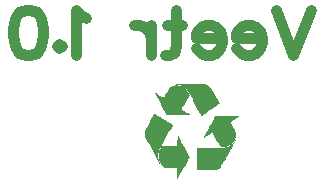
<source format=gbo>
G04 Layer: BottomSilkscreenLayer*
G04 EasyEDA v6.5.51, 2025-09-06 07:05:30*
G04 62973c2a91a8465ca14b7521446b148e,ed13e26d4d8d426092ec29dadd734ac4,10*
G04 Gerber Generator version 0.2*
G04 Scale: 100 percent, Rotated: No, Reflected: No *
G04 Dimensions in millimeters *
G04 leading zeros omitted , absolute positions ,4 integer and 5 decimal *
%FSLAX45Y45*%
%MOMM*%

%ADD10C,0.9000*%
%ADD11C,0.0108*%

%LPD*%
G36*
X13422731Y-2602230D02*
G01*
X13415721Y-2603246D01*
X13423290Y-2604109D01*
X13428167Y-2605024D01*
X13432028Y-2605989D01*
X13437260Y-2606903D01*
X13444575Y-2607767D01*
X13452957Y-2609392D01*
X13458037Y-2610916D01*
X13460628Y-2611475D01*
X13462355Y-2611628D01*
X13464032Y-2612186D01*
X13465301Y-2613050D01*
X13466826Y-2613609D01*
X13468908Y-2614015D01*
X13471804Y-2615539D01*
X13473633Y-2615844D01*
X13475563Y-2615844D01*
X13475716Y-2616809D01*
X13476528Y-2617419D01*
X13479780Y-2618740D01*
X13486790Y-2622346D01*
X13490346Y-2624632D01*
X13491514Y-2625140D01*
X13492276Y-2625750D01*
X13492429Y-2626309D01*
X13492835Y-2626664D01*
X13493648Y-2626868D01*
X13499896Y-2631135D01*
X13511682Y-2641549D01*
X13512292Y-2641904D01*
X13516152Y-2645562D01*
X13522604Y-2653131D01*
X13529310Y-2661412D01*
X13531799Y-2665730D01*
X13533018Y-2667406D01*
X13533831Y-2667965D01*
X13534288Y-2668625D01*
X13534542Y-2669590D01*
X13535558Y-2671572D01*
X13537996Y-2675280D01*
X13540384Y-2679395D01*
X13554557Y-2706319D01*
X13566952Y-2730906D01*
X13570457Y-2737408D01*
X13571219Y-2739288D01*
X13573455Y-2743250D01*
X13591387Y-2778404D01*
X13607288Y-2808681D01*
X13635939Y-2867558D01*
X13637310Y-2869895D01*
X13638479Y-2871063D01*
X13639495Y-2871470D01*
X13643406Y-2869234D01*
X13654633Y-2861818D01*
X13667689Y-2853588D01*
X13669263Y-2852318D01*
X13690244Y-2838958D01*
X13691057Y-2838196D01*
X13691260Y-2837637D01*
X13692733Y-2837129D01*
X13758011Y-2794508D01*
X13788390Y-2774289D01*
X13792047Y-2772054D01*
X13796314Y-2769057D01*
X13795451Y-2766161D01*
X13787526Y-2751480D01*
X13722604Y-2635656D01*
X13717778Y-2629154D01*
X13712240Y-2622753D01*
X13705586Y-2616504D01*
X13699236Y-2611475D01*
X13693089Y-2608376D01*
X13685672Y-2605582D01*
X13677900Y-2603500D01*
X13671956Y-2602230D01*
G37*
G36*
X13429081Y-2611780D02*
G01*
X13424001Y-2611932D01*
X13414248Y-2612948D01*
X13405561Y-2614828D01*
X13396112Y-2617673D01*
X13389457Y-2620924D01*
X13385647Y-2623159D01*
X13381939Y-2625801D01*
X13378230Y-2628900D01*
X13374573Y-2632456D01*
X13370966Y-2636418D01*
X13367461Y-2640787D01*
X13364006Y-2645613D01*
X13358926Y-2653588D01*
X13355167Y-2660243D01*
X13345668Y-2678684D01*
X13326262Y-2719476D01*
X13322807Y-2718562D01*
X13315289Y-2714396D01*
X13289483Y-2699308D01*
X13288467Y-2699004D01*
X13286790Y-2697581D01*
X13285622Y-2696972D01*
X13284555Y-2696870D01*
X13283844Y-2696514D01*
X13283590Y-2695905D01*
X13282574Y-2695143D01*
X13278561Y-2693111D01*
X13253212Y-2678480D01*
X13250621Y-2677312D01*
X13248589Y-2679344D01*
X13253974Y-2689352D01*
X13255650Y-2691993D01*
X13265708Y-2711348D01*
X13279119Y-2735986D01*
X13287248Y-2751531D01*
X13309904Y-2793339D01*
X13342772Y-2858008D01*
X13344042Y-2860954D01*
X13347649Y-2862986D01*
X13443559Y-2862732D01*
X13499033Y-2862275D01*
X13541044Y-2863545D01*
X13547699Y-2862529D01*
X13547699Y-2861818D01*
X13546988Y-2860446D01*
X13544397Y-2858262D01*
X13529970Y-2848965D01*
X13528497Y-2847797D01*
X13521842Y-2843733D01*
X13499541Y-2829458D01*
X13498017Y-2828950D01*
X13496036Y-2827324D01*
X13486739Y-2821279D01*
X13481608Y-2818180D01*
X13476833Y-2814421D01*
X13480897Y-2807157D01*
X13499134Y-2772918D01*
X13541044Y-2692095D01*
X13542365Y-2690266D01*
X13538352Y-2682646D01*
X13531646Y-2671165D01*
X13529513Y-2668168D01*
X13527887Y-2664917D01*
X13523772Y-2659481D01*
X13518184Y-2652877D01*
X13512038Y-2646222D01*
X13503198Y-2637180D01*
X13490549Y-2628493D01*
X13484809Y-2625242D01*
X13478205Y-2622092D01*
X13469264Y-2618384D01*
X13464489Y-2616758D01*
X13458596Y-2615234D01*
X13451636Y-2613812D01*
X13443712Y-2612593D01*
X13439038Y-2612085D01*
G37*
G36*
X13242798Y-2854299D02*
G01*
X13240664Y-2854706D01*
X13238276Y-2857906D01*
X13229183Y-2874518D01*
X13227913Y-2877312D01*
X13227710Y-2878531D01*
X13227354Y-2879140D01*
X13226694Y-2879699D01*
X13224763Y-2882900D01*
X13186206Y-2955747D01*
X13171068Y-2984855D01*
X13167715Y-2992424D01*
X13165124Y-2999587D01*
X13161721Y-3012744D01*
X13161568Y-3030829D01*
X13163042Y-3037840D01*
X13164718Y-3043631D01*
X13167106Y-3050336D01*
X13170560Y-3057855D01*
X13184174Y-3083255D01*
X13184682Y-3084728D01*
X13185190Y-3085236D01*
X13195096Y-3103118D01*
X13202818Y-3117596D01*
X13204596Y-3120491D01*
X13256818Y-3216351D01*
X13257682Y-3218332D01*
X13259816Y-3221583D01*
X13266013Y-3233267D01*
X13267182Y-3234944D01*
X13270331Y-3241141D01*
X13271906Y-3243783D01*
X13276478Y-3252622D01*
X13278104Y-3254603D01*
X13278408Y-3255619D01*
X13285165Y-3268065D01*
X13291261Y-3278073D01*
X13291515Y-3278936D01*
X13292886Y-3280257D01*
X13293801Y-3281527D01*
X13294868Y-3284067D01*
X13294969Y-3280105D01*
X13294004Y-3280003D01*
X13293598Y-3279495D01*
X13293394Y-3278327D01*
X13287756Y-3263849D01*
X13286282Y-3260547D01*
X13285774Y-3257905D01*
X13284098Y-3254400D01*
X13283488Y-3251403D01*
X13281964Y-3247339D01*
X13280796Y-3241903D01*
X13279729Y-3239617D01*
X13279272Y-3235096D01*
X13277545Y-3229102D01*
X13276173Y-3206648D01*
X13277850Y-3188766D01*
X13278662Y-3182823D01*
X13279577Y-3177895D01*
X13281558Y-3169462D01*
X13281710Y-3167989D01*
X13283438Y-3163417D01*
X13284098Y-3160369D01*
X13285774Y-3156915D01*
X13285927Y-3155645D01*
X13286486Y-3153867D01*
X13297001Y-3132175D01*
X13306704Y-3114751D01*
X13322350Y-3087573D01*
X13324281Y-3084525D01*
X13325551Y-3082036D01*
X13326059Y-3080461D01*
X13327430Y-3078784D01*
X13331240Y-3072434D01*
X13332510Y-3069691D01*
X13333933Y-3067608D01*
X13371068Y-3002432D01*
X13379551Y-2988208D01*
X13383209Y-2982772D01*
X13390778Y-2970377D01*
X13393572Y-2965399D01*
X13395299Y-2962859D01*
X13400227Y-2954629D01*
X13403580Y-2948482D01*
X13402259Y-2945434D01*
X13383818Y-2935224D01*
X13377824Y-2931414D01*
X13377011Y-2931210D01*
X13292582Y-2882849D01*
X13250113Y-2858820D01*
G37*
G36*
X13762583Y-2870504D02*
G01*
X13760551Y-2871724D01*
X13759434Y-2872994D01*
X13751813Y-2887218D01*
X13751153Y-2887827D01*
X13750747Y-2888843D01*
X13750544Y-2890418D01*
X13749426Y-2891383D01*
X13747699Y-2894838D01*
X13745413Y-2898749D01*
X13742771Y-2904236D01*
X13740485Y-2907538D01*
X13739876Y-2909417D01*
X13738402Y-2911398D01*
X13737945Y-2913583D01*
X13736828Y-2914548D01*
X13731189Y-2925114D01*
X13729919Y-2926638D01*
X13729665Y-2928315D01*
X13729309Y-2929077D01*
X13728750Y-2929331D01*
X13727988Y-2930398D01*
X13718743Y-2948330D01*
X13717473Y-2950210D01*
X13707160Y-2970022D01*
X13705027Y-2973628D01*
X13696391Y-2990240D01*
X13684910Y-3011678D01*
X13673582Y-3030575D01*
X13667994Y-3040634D01*
X13667384Y-3041396D01*
X13665504Y-3045307D01*
X13660272Y-3054451D01*
X13660678Y-3055467D01*
X13661593Y-3056331D01*
X13663422Y-3056128D01*
X13666368Y-3054756D01*
X13671499Y-3051505D01*
X13675309Y-3049574D01*
X13676325Y-3048812D01*
X13676579Y-3048254D01*
X13677290Y-3047898D01*
X13678407Y-3047746D01*
X13679576Y-3047187D01*
X13680389Y-3046323D01*
X13681354Y-3045764D01*
X13682218Y-3045612D01*
X13683234Y-3045104D01*
X13684859Y-3043732D01*
X13687704Y-3041954D01*
X13690041Y-3040888D01*
X13691057Y-3040126D01*
X13691311Y-3039567D01*
X13692022Y-3039211D01*
X13693648Y-3038906D01*
X13695121Y-3037636D01*
X13698372Y-3035909D01*
X13709446Y-3029204D01*
X13721791Y-3022244D01*
X13723619Y-3021380D01*
X13724636Y-3020618D01*
X13725296Y-3019806D01*
X13728192Y-3018485D01*
X13728395Y-3017875D01*
X13729106Y-3017520D01*
X13730224Y-3017367D01*
X13731341Y-3016758D01*
X13732763Y-3015488D01*
X13733780Y-3015386D01*
X13734796Y-3015945D01*
X13737132Y-3019298D01*
X13742924Y-3029661D01*
X13744752Y-3033369D01*
X13745972Y-3035198D01*
X13751356Y-3044850D01*
X13753592Y-3049422D01*
X13754709Y-3050235D01*
X13755928Y-3053130D01*
X13768120Y-3074924D01*
X13769441Y-3076295D01*
X13771524Y-3080715D01*
X13803528Y-3136849D01*
X13833652Y-3136798D01*
X13837919Y-3135680D01*
X13845641Y-3134207D01*
X13848435Y-3133496D01*
X13849400Y-3132886D01*
X13853413Y-3132023D01*
X13860424Y-3129686D01*
X13862710Y-3128518D01*
X13865606Y-3127857D01*
X13870584Y-3125571D01*
X13875004Y-3123082D01*
X13879677Y-3120796D01*
X13880541Y-3119678D01*
X13884401Y-3117697D01*
X13890193Y-3113278D01*
X13896797Y-3107740D01*
X13902334Y-3102508D01*
X13907058Y-3097326D01*
X13911529Y-3091942D01*
X13915694Y-3086354D01*
X13919504Y-3080715D01*
X13922908Y-3074974D01*
X13925956Y-3069234D01*
X13928496Y-3063544D01*
X13934186Y-3047187D01*
X13936370Y-3039618D01*
X13936319Y-3018536D01*
X13932712Y-3005480D01*
X13930325Y-2998470D01*
X13927582Y-2991916D01*
X13924534Y-2985617D01*
X13917777Y-2972968D01*
X13911580Y-2962249D01*
X13889939Y-2927959D01*
X13888516Y-2925419D01*
X13887907Y-2923540D01*
X13887907Y-2922117D01*
X13890142Y-2921203D01*
X13904772Y-2912008D01*
X13910208Y-2908350D01*
X13917574Y-2903880D01*
X13918336Y-2902610D01*
X13920673Y-2901797D01*
X13924940Y-2898749D01*
X13937792Y-2890774D01*
X13942618Y-2887268D01*
X13951153Y-2882188D01*
X13952169Y-2880918D01*
X13955013Y-2879547D01*
X13955420Y-2878734D01*
X13957046Y-2878226D01*
X13958620Y-2876600D01*
X13961567Y-2874772D01*
X13960246Y-2873349D01*
X13919301Y-2872638D01*
X13854379Y-2872079D01*
X13806322Y-2871419D01*
G37*
G36*
X13441629Y-3034944D02*
G01*
X13440054Y-3038043D01*
X13438682Y-3107080D01*
X13438124Y-3124149D01*
X13355675Y-3125520D01*
X13304418Y-3126740D01*
X13302234Y-3129483D01*
X13301370Y-3131007D01*
X13301218Y-3131921D01*
X13300862Y-3132429D01*
X13300303Y-3132632D01*
X13299694Y-3133496D01*
X13298728Y-3135833D01*
X13295782Y-3141319D01*
X13289229Y-3155188D01*
X13288568Y-3158286D01*
X13288010Y-3159506D01*
X13287197Y-3160471D01*
X13286638Y-3161842D01*
X13286486Y-3163316D01*
X13285927Y-3165297D01*
X13285114Y-3167176D01*
X13284047Y-3172307D01*
X13283438Y-3173323D01*
X13282726Y-3176016D01*
X13280745Y-3186430D01*
X13279780Y-3199892D01*
X13278662Y-3207918D01*
X13281913Y-3230575D01*
X13284149Y-3240328D01*
X13286536Y-3247237D01*
X13286689Y-3248304D01*
X13290346Y-3257651D01*
X13297966Y-3272993D01*
X13303199Y-3280410D01*
X13310869Y-3289706D01*
X13318185Y-3297682D01*
X13322300Y-3301085D01*
X13328345Y-3304794D01*
X13337184Y-3308604D01*
X13343483Y-3310382D01*
X13351205Y-3311804D01*
X13370915Y-3313937D01*
X13391794Y-3313074D01*
X13435279Y-3310128D01*
X13435888Y-3310788D01*
X13436549Y-3312312D01*
X13437107Y-3314496D01*
X13438327Y-3391255D01*
X13438733Y-3400551D01*
X13439241Y-3402228D01*
X13441883Y-3401517D01*
X13447369Y-3391763D01*
X13449300Y-3387953D01*
X13452957Y-3381552D01*
X13455345Y-3376929D01*
X13484758Y-3324047D01*
X13507262Y-3283000D01*
X13526312Y-3250742D01*
X13540130Y-3226765D01*
X13542060Y-3222955D01*
X13542010Y-3218942D01*
X13538250Y-3212287D01*
X13536879Y-3209493D01*
X13535202Y-3206851D01*
X13526363Y-3189935D01*
X13524687Y-3187344D01*
X13521740Y-3181604D01*
X13518337Y-3175558D01*
X13517270Y-3174390D01*
X13516914Y-3173526D01*
X13516813Y-3172460D01*
X13516457Y-3171494D01*
X13515390Y-3170224D01*
X13507262Y-3154883D01*
X13502995Y-3147517D01*
X13500760Y-3143046D01*
X13470788Y-3090164D01*
X13465149Y-3079292D01*
X13460679Y-3069894D01*
X13448080Y-3045917D01*
G37*
G36*
X13935506Y-3066999D02*
G01*
X13932662Y-3071114D01*
X13929410Y-3075178D01*
X13929055Y-3076143D01*
X13923467Y-3083966D01*
X13915491Y-3093923D01*
X13914882Y-3094177D01*
X13912443Y-3097479D01*
X13907566Y-3102660D01*
X13901826Y-3108299D01*
X13897203Y-3112465D01*
X13888313Y-3119069D01*
X13884757Y-3121456D01*
X13881912Y-3122930D01*
X13880642Y-3123946D01*
X13866469Y-3130753D01*
X13864183Y-3131362D01*
X13860627Y-3132886D01*
X13856462Y-3134055D01*
X13855700Y-3134715D01*
X13855700Y-3135376D01*
X13852398Y-3135477D01*
X13850264Y-3135985D01*
X13848334Y-3136747D01*
X13845082Y-3137560D01*
X13841425Y-3138017D01*
X13838478Y-3138627D01*
X13836802Y-3139186D01*
X13832789Y-3139643D01*
X13811504Y-3140303D01*
X13716000Y-3141268D01*
X13659053Y-3141472D01*
X13615771Y-3140557D01*
X13608354Y-3140710D01*
X13606475Y-3141218D01*
X13606627Y-3202787D01*
X13607592Y-3260191D01*
X13607897Y-3291281D01*
X13607948Y-3330651D01*
X13609980Y-3332378D01*
X13717727Y-3330803D01*
X13764564Y-3329381D01*
X13771778Y-3327501D01*
X13778890Y-3325266D01*
X13785494Y-3322421D01*
X13791590Y-3318916D01*
X13797229Y-3314801D01*
X13802461Y-3309975D01*
X13807287Y-3304387D01*
X13811757Y-3298088D01*
X13827861Y-3269081D01*
X13842796Y-3241090D01*
X13843304Y-3240938D01*
X13843863Y-3240278D01*
X13845946Y-3235706D01*
X13860475Y-3209239D01*
X13863980Y-3202432D01*
X13890548Y-3153714D01*
X13892479Y-3149803D01*
X13897457Y-3141167D01*
X13919606Y-3099917D01*
X13922501Y-3094888D01*
X13926312Y-3087624D01*
X13933576Y-3072942D01*
X13934186Y-3070809D01*
X13934541Y-3070352D01*
X13935557Y-3070250D01*
G37*
D10*
X14566900Y-1971263D02*
G01*
X14421446Y-2353081D01*
X14275991Y-1971263D02*
G01*
X14421446Y-2353081D01*
X14155991Y-2207628D02*
G01*
X13937810Y-2207628D01*
X13937810Y-2171263D01*
X13955991Y-2134900D01*
X13974173Y-2116719D01*
X14010538Y-2098537D01*
X14065082Y-2098537D01*
X14101447Y-2116719D01*
X14137810Y-2153081D01*
X14155991Y-2207628D01*
X14155991Y-2243990D01*
X14137810Y-2298537D01*
X14101447Y-2334900D01*
X14065082Y-2353081D01*
X14010538Y-2353081D01*
X13974173Y-2334900D01*
X13937810Y-2298537D01*
X13817810Y-2207628D02*
G01*
X13599629Y-2207628D01*
X13599629Y-2171263D01*
X13617811Y-2134900D01*
X13635992Y-2116719D01*
X13672355Y-2098537D01*
X13726901Y-2098537D01*
X13763264Y-2116719D01*
X13799629Y-2153081D01*
X13817810Y-2207628D01*
X13817810Y-2243990D01*
X13799629Y-2298537D01*
X13763264Y-2334900D01*
X13726901Y-2353081D01*
X13672355Y-2353081D01*
X13635992Y-2334900D01*
X13599629Y-2298537D01*
X13425083Y-1971263D02*
G01*
X13425083Y-2280353D01*
X13406902Y-2334900D01*
X13370539Y-2353081D01*
X13334174Y-2353081D01*
X13479630Y-2098537D02*
G01*
X13352355Y-2098537D01*
X13214174Y-2098537D02*
G01*
X13214174Y-2353081D01*
X13214174Y-2207628D02*
G01*
X13195993Y-2153081D01*
X13159630Y-2116719D01*
X13123265Y-2098537D01*
X13068721Y-2098537D01*
X12668722Y-2043991D02*
G01*
X12632357Y-2025810D01*
X12577813Y-1971263D01*
X12577813Y-2353081D01*
X12439632Y-2262172D02*
G01*
X12457813Y-2280353D01*
X12439632Y-2298537D01*
X12421450Y-2280353D01*
X12439632Y-2262172D01*
X12192358Y-1971263D02*
G01*
X12246904Y-1989447D01*
X12283267Y-2043991D01*
X12301451Y-2134900D01*
X12301451Y-2189446D01*
X12283267Y-2280353D01*
X12246904Y-2334900D01*
X12192358Y-2353081D01*
X12155995Y-2353081D01*
X12101451Y-2334900D01*
X12065086Y-2280353D01*
X12046905Y-2189446D01*
X12046905Y-2134900D01*
X12065086Y-2043991D01*
X12101451Y-1989447D01*
X12155995Y-1971263D01*
X12192358Y-1971263D01*
M02*

</source>
